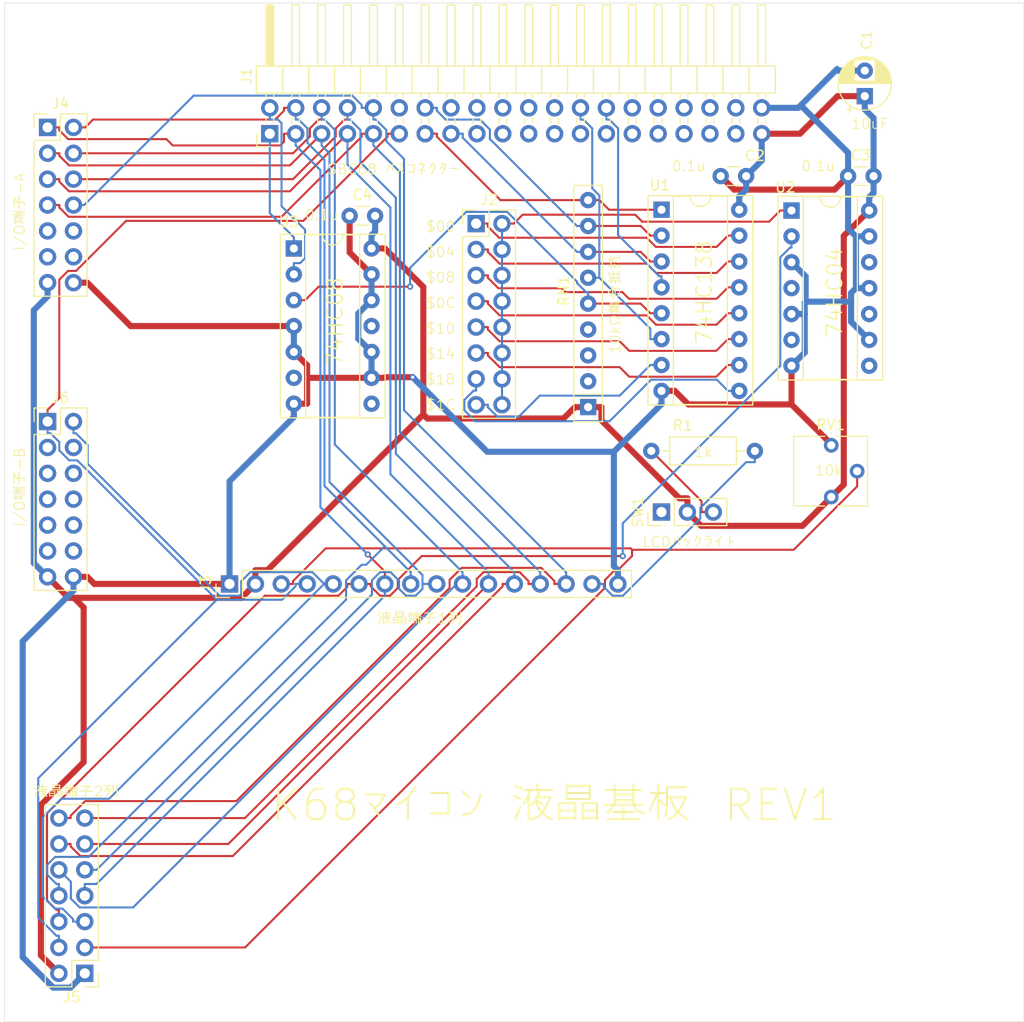
<source format=kicad_pcb>
(kicad_pcb (version 20221018) (generator pcbnew)
  (layers (0 "F.Cu" signal) (31 "B.Cu" signal) (34 "B.Paste" user) (35 "F.Paste" user) (36 "B.SilkS" user "B.Silkscreen") (37 "F.SilkS" user "F.Silkscreen") (38 "B.Mask" user) (39 "F.Mask" user) (44 "Edge.Cuts" user))
  (net 0 "")
  (net 1 "VCC")
  (net 2 "GND")
  (net 3 "/D0")
  (net 4 "/D1")
  (net 5 "/D2")
  (net 6 "/D3")
  (net 7 "/D4")
  (net 8 "/D5")
  (net 9 "/D6")
  (net 10 "/D7")
  (net 11 "/A0")
  (net 12 "/A1")
  (net 13 "/A4")
  (net 14 "/~{RD}")
  (net 15 "/~{WR}")
  (net 17 "/A2")
  (net 18 "/~{LCDSEL}")
  (net 19 "/A3")
  (net 24 "/A15")
  (net 25 "/VEE")
  (net 26 "/LCDSEL")
  (net 27 "Net-(J3-Pin_15)")
  (net 28 "Net-(SW1-C)")
  (net 52 "/E")
  (net 58 "/$8000-8003")
  (net 65 "/$8004-8008")
  (net 72 "Net-(RN1-R4)")
  (net 76 "/$8008-800B")
  (net 77 "/$800C-800F")
  (net 78 "/$8010-8013")
  (net 79 "/$8014-8017")
  (net 80 "/$8018-801B")
  (net 81 "/$801C-801F")
  (footprint "Resistor_THT:R_Array_SIP9" (layer "F.Cu") (at 157.25 89.675 90)
    (fp_text reference "RN1")
    (fp_text value "10k")
  )
  (footprint "Connector_PinHeader_2.54mm:PinHeader_1x03_P2.54mm_Vertical" (layer "F.Cu") (at 164.445 99.975 90)
    (fp_text reference "SW1")
    (fp_text value "LCD LIGHT SW")
  )
  (footprint "Capacitor_THT:C_Disc_D3.0mm_W1.6mm_P2.50mm" (layer "F.Cu") (at 182.75 67)
    (fp_text reference "C3")
    (fp_text value "0.1u")
  )
  (footprint "MountingHole:MountingHole_3.2mm_M3" (layer "F.Cu") (at 194.48 116.09)
    (fp_text reference "H4" hide)
    (fp_text value "MountingHole")
  )
  (footprint "MountingHole:MountingHole_3.2mm_M3" (layer "F.Cu") (at 105.5 54.58)
    (fp_text reference "H1" hide)
    (fp_text value "MountingHole")
  )
  (footprint "Potentiometer_THT:Potentiometer_Vishay_T73YP_Vertical" (layer "F.Cu") (at 181.1 98.5)
    (fp_text reference "RV1")
    (fp_text value "10k")
  )
  (footprint "Resistor_THT:R_Axial_DIN0207_L6.3mm_D2.5mm_P10.16mm_Horizontal" (layer "F.Cu") (at 163.445 93.975)
    (fp_text reference "R1")
    (fp_text value "1k")
  )
  (footprint "Capacitor_THT:C_Disc_D3.0mm_W1.6mm_P2.50mm" (layer "F.Cu") (at 170.25 67)
    (fp_text reference "C2")
    (fp_text value "0.1u")
  )
  (footprint "Capacitor_THT:CP_Radial_D5.0mm_P2.50mm" (layer "F.Cu") (at 184.39 59.1505 90)
    (fp_text reference "C1")
    (fp_text value "10u")
  )
  (footprint "Connector_PinHeader_2.54mm:PinHeader_2x07_P2.54mm_Vertical" (layer "F.Cu") (at 104.22 62.22)
    (fp_text reference "J4")
    (fp_text value "外部I/O端子-1")
  )
  (footprint "Package_DIP:DIP-14_W7.62mm_Socket" (layer "F.Cu") (at 128.38 74.1)
    (fp_text reference "U3")
    (fp_text value "74HC08")
  )
  (footprint "Connector_PinHeader_2.54mm:PinHeader_2x08_P2.54mm_Vertical" (layer "F.Cu") (at 146.26 71.66)
    (fp_text reference "J2")
    (fp_text value "I/O ADDR JP")
  )
  (footprint "MountingHole:MountingHole_3.2mm_M3" (layer "F.Cu") (at 194.49 54.51)
    (fp_text reference "H2" hide)
    (fp_text value "MountingHole")
  )
  (footprint "Package_DIP:DIP-16_W7.62mm_Socket" (layer "F.Cu") (at 164.45 70.3)
    (fp_text reference "U1")
    (fp_text value "74HC138")
  )
  (footprint "MountingHole:MountingHole_3.2mm_M3" (layer "F.Cu") (at 104.7 114.95)
    (fp_text reference "H3" hide)
    (fp_text value "MountingHole")
  )
  (footprint "Connector_PinHeader_2.54mm:PinHeader_1x16_P2.54mm_Vertical" (layer "F.Cu") (at 122.07 107.03 90)
    (fp_text reference "J3")
    (fp_text value "LCD_1列端子")
  )
  (footprint "Connector_PinHeader_2.54mm:PinHeader_2x20_P2.54mm_Horizontal" (layer "F.Cu") (at 126.02 62.84 90)
    (fp_text reference "J1")
    (fp_text value "SBC68 BUS")
  )
  (footprint "Connector_PinHeader_2.54mm:PinHeader_2x07_P2.54mm_Vertical" (layer "F.Cu") (at 104.22 91.09)
    (fp_text reference "J6")
    (fp_text value "外部I/O端子-2")
  )
  (footprint "Capacitor_THT:C_Disc_D3.0mm_W1.6mm_P2.50mm" (layer "F.Cu") (at 133.85 70.9)
    (fp_text reference "C4")
    (fp_text value "0.1u")
  )
  (footprint "Package_DIP:DIP-14_W7.62mm_Socket" (layer "F.Cu") (at 177.2 70.375)
    (fp_text reference "U2")
    (fp_text value "74HC04")
  )
  (footprint "Connector_PinHeader_2.54mm:PinHeader_2x07_P2.54mm_Vertical" (layer "F.Cu") (at 107.87 145.25 180)
    (fp_text reference "J5")
    (fp_text value "LCD-2列端子")
  )
  (gr_rect (start 100 50) (end 200 150) (stroke (width 0.05)) (fill none) (layer "Edge.Cuts"))
  (gr_text "I/O端子-A" (at 102.06 74.39 90) (layer "F.SilkS") (effects (font (size 1 1) (thickness 0.1)) (justify left bottom)))
  (gr_text "$18" (at 141.285 87.535) (layer "F.SilkS") (effects (font (size 1 1) (thickness 0.1)) (justify left bottom)))
  (gr_text "10uF" (at 182.99 62.450452) (layer "F.SilkS") (effects (font (size 1 1) (thickness 0.1)) (justify left bottom)))
  (gr_text "$08" (at 141.285 77.535) (layer "F.SilkS") (effects (font (size 1 1) (thickness 0.1)) (justify left bottom)))
  (gr_text "$0C" (at 141.285 80.035) (layer "F.SilkS") (effects (font (size 1 1) (thickness 0.1)) (justify left bottom)))
  (gr_text "液晶端子1列" (at 136.5 111) (layer "F.SilkS") (effects (font (size 1 1) (thickness 0.1)) (justify left bottom)))
  (gr_text "$14" (at 141.285 85.035) (layer "F.SilkS") (effects (font (size 1 1) (thickness 0.1)) (justify left bottom)))
  (gr_text "10kΩ集合抵抗" (at 160.5 84.5 90) (layer "F.SilkS") (effects (font (size 1 1) (thickness 0.1)) (justify left bottom)))
  (gr_text "0.1u" (at 178.1 66.6) (layer "F.SilkS") (effects (font (size 1 1) (thickness 0.1)) (justify left bottom)))
  (gr_text "$10" (at 141.285 82.535) (layer "F.SilkS") (effects (font (size 1 1) (thickness 0.1)) (justify left bottom)))
  (gr_text "74HC08" (at 133.3 85.8 90) (layer "F.SilkS") (effects (font (size 1.5 1.5)) (justify left bottom)))
  (gr_text "LCDバックライト" (at 162.5 103.5) (layer "F.SilkS") (effects (font (size 1 1) (thickness 0.1)) (justify left bottom)))
  (gr_text "SBC68 バスコネクター" (at 131.6 66.9) (layer "F.SilkS") (effects (font (size 1 1) (thickness 0.1)) (justify left bottom)))
  (gr_text "0.1u" (at 129.4 71.4) (layer "F.SilkS") (effects (font (size 1 1) (thickness 0.1)) (justify left bottom)))
  (gr_text "0.1u" (at 165.4 66.6) (layer "F.SilkS") (effects (font (size 1 1) (thickness 0.1)) (justify left bottom)))
  (gr_text "$1C" (at 141.285 90.035) (layer "F.SilkS") (effects (font (size 1 1) (thickness 0.1)) (justify left bottom)))
  (gr_text "10k" (at 179.425 96.475) (layer "F.SilkS") (effects (font (size 1 1) (thickness 0.1)) (justify left bottom)))
  (gr_text "74HC04" (at 182.3 82.9 90) (layer "F.SilkS") (effects (font (size 1.5 1.5)) (justify left bottom)))
  (gr_text "1k" (at 167.625 94.675) (layer "F.SilkS") (effects (font (size 1 1) (thickness 0.1)) (justify left bottom)))
  (gr_text "液晶端子2列" (at 102.77 128) (layer "F.SilkS") (effects (font (size 1 1) (thickness 0.1)) (justify left bottom)))
  (gr_text "$00" (at 141.285 72.535) (layer "F.SilkS") (effects (font (size 1 1) (thickness 0.1)) (justify left bottom)))
  (gr_text "$04" (at 141.285 75.035) (layer "F.SilkS") (effects (font (size 1 1) (thickness 0.1)) (justify left bottom)))
  (gr_text "K68マイコン 液晶基板　REV1" (at 126 130.5) (layer "F.SilkS") (effects (font (size 3 3) (thickness 0.2)) (justify left bottom)))
  (gr_text "I/O端子-B" (at 102.06 101.49 90) (layer "F.SilkS") (effects (font (size 1 1) (thickness 0.1)) (justify left bottom)))
  (gr_text "74HC138" (at 169.5 83.6 90) (layer "F.SilkS") (effects (font (size 1.5 1.5)) (justify left bottom)))
  (segment (start 178.2731 101.3269) (end 168.3369 101.3269) (width 0.6) (layer "F.Cu") (net 1))
  (segment (start 125.7914 105.6799) (end 141.0813 90.39) (width 0.6) (layer "F.Cu") (net 1))
  (segment (start 182.3297 97.2703) (end 182.3297 72.8653) (width 0.6) (layer "F.Cu") (net 1))
  (segment (start 107.76 109.3434) (end 107.76 124.5196) (width 0.6) (layer "F.Cu") (net 1))
  (segment (start 181.1 98.5) (end 178.2731 101.3269) (width 0.6) (layer "F.Cu") (net 1))
  (segment (start 136 74.1) (end 137.3001 74.1) (width 0.6) (layer "F.Cu") (net 1))
  (segment (start 154.8307 90.7942) (end 155.9499 89.675) (width 0.6) (layer "F.Cu") (net 1))
  (segment (start 137.3001 74.1) (end 141.0813 77.8812) (width 0.6) (layer "F.Cu") (net 1))
  (segment (start 103.5648 128.7148) (end 103.5648 143.4848) (width 0.6) (layer "F.Cu") (net 1))
  (segment (start 124.61 105.6799) (end 125.7914 105.6799) (width 0.6) (layer "F.Cu") (net 1))
  (segment (start 168.3369 101.3269) (end 166.985 99.975) (width 0.6) (layer "F.Cu") (net 1))
  (segment (start 157.25 89.675) (end 155.9499 89.675) (width 0.6) (layer "F.Cu") (net 1))
  (segment (start 123.2467 108.3933) (end 124.61 107.03) (width 0.6) (layer "F.Cu") (net 1))
  (segment (start 106.8099 108.3933) (end 107.76 109.3434) (width 0.6) (layer "F.Cu") (net 1))
  (segment (start 166.985 99.975) (end 166.985 98.6249) (width 0.6) (layer "F.Cu") (net 1))
  (segment (start 178.03 62.84) (end 181.72 59.1505) (width 0.6) (layer "F.Cu") (net 1))
  (segment (start 158.5501 90.9751) (end 158.5501 89.675) (width 0.6) (layer "F.Cu") (net 1))
  (segment (start 182.3297 72.8653) (end 184.82 70.375) (width 0.6) (layer "F.Cu") (net 1))
  (segment (start 141.4855 90.7942) (end 154.8307 90.7942) (width 0.6) (layer "F.Cu") (net 1))
  (segment (start 107.76 124.5196) (end 103.5648 128.7148) (width 0.6) (layer "F.Cu") (net 1))
  (segment (start 124.61 107.03) (end 124.61 105.6799) (width 0.6) (layer "F.Cu") (net 1))
  (segment (start 103.5648 143.4848) (end 105.33 145.25) (width 0.6) (layer "F.Cu") (net 1))
  (segment (start 106.8099 108.3933) (end 123.2467 108.3933) (width 0.6) (layer "F.Cu") (net 1))
  (segment (start 174.28 62.84) (end 178.03 62.84) (width 0.6) (layer "F.Cu") (net 1))
  (segment (start 106.8099 108.3933) (end 106.2833 108.3933) (width 0.6) (layer "F.Cu") (net 1))
  (segment (start 166.1999 98.6249) (end 158.5501 90.9751) (width 0.6) (layer "F.Cu") (net 1))
  (segment (start 106.2833 108.3933) (end 104.22 106.33) (width 0.6) (layer "F.Cu") (net 1))
  (segment (start 141.0813 77.8812) (end 141.0813 90.39) (width 0.6) (layer "F.Cu") (net 1))
  (segment (start 166.985 98.6249) (end 166.1999 98.6249) (width 0.6) (layer "F.Cu") (net 1))
  (segment (start 181.72 59.1505) (end 184.39 59.1505) (width 0.6) (layer "F.Cu") (net 1))
  (segment (start 157.25 89.675) (end 158.5501 89.675) (width 0.6) (layer "F.Cu") (net 1))
  (segment (start 181.1 98.5) (end 182.3297 97.2703) (width 0.6) (layer "F.Cu") (net 1))
  (segment (start 141.0813 90.39) (end 141.4855 90.7942) (width 0.6) (layer "F.Cu") (net 1))
  (segment (start 185.25 61.3106) (end 185.25 67) (width 0.6) (layer "B.Cu") (net 1))
  (segment (start 172.75 68.3199) (end 172.07 68.9999) (width 0.6) (layer "B.Cu") (net 1))
  (segment (start 185.25 68.6449) (end 185.25 67) (width 0.6) (layer "B.Cu") (net 1))
  (segment (start 104.22 77.46) (end 104.22 78.8101) (width 0.6) (layer "B.Cu") (net 1))
  (segment (start 184.82 69.0749) (end 185.25 68.6449) (width 0.6) (layer "B.Cu") (net 1))
  (segment (start 102.8698 80.1603) (end 104.22 78.8101) (width 0.6) (layer "B.Cu") (net 1))
  (segment (start 172.07 70.3) (end 172.07 68.9999) (width 0.6) (layer "B.Cu") (net 1))
  (segment (start 136 72.7999) (end 136.35 72.4499) (width 0.6) (layer "B.Cu") (net 1))
  (segment (start 184.39 59.1505) (end 184.39 60.4506) (width 0.6) (layer "B.Cu") (net 1))
  (segment (start 172.75 67) (end 172.75 68.3199) (width 0.6) (layer "B.Cu") (net 1))
  (segment (start 174.28 62.84) (end 174.28 65.47) (width 0.6) (layer "B.Cu") (net 1))
  (segment (start 136 74.1) (end 136 72.7999) (width 0.6) (layer "B.Cu") (net 1))
  (segment (start 104.22 106.33) (end 102.8698 104.9798) (width 0.6) (layer "B.Cu") (net 1))
  (segment (start 174.28 65.47) (end 172.75 67) (width 0.6) (layer "B.Cu") (net 1))
  (segment (start 184.39 60.4506) (end 185.25 61.3106) (width 0.6) (layer "B.Cu") (net 1))
  (segment (start 184.82 70.375) (end 184.82 69.0749) (width 0.6) (layer "B.Cu") (net 1))
  (segment (start 102.8698 104.9798) (end 102.8698 80.1603) (width 0.6) (layer "B.Cu") (net 1))
  (segment (start 136.35 72.4499) (end 136.35 70.9) (width 0.6) (layer "B.Cu") (net 1))
  (segment (start 129.6801 85.5601) (end 128.38 84.26) (width 0.6) (layer "F.Cu") (net 2))
  (segment (start 136 86.8) (end 137.3001 86.8) (width 0.6) (layer "F.Cu") (net 2))
  (segment (start 136 76.64) (end 133.85 74.49) (width 0.6) (layer "F.Cu") (net 2))
  (segment (start 171.5749 68.3249) (end 170.25 67) (width 0.6) (layer "F.Cu") (net 2))
  (segment (start 182.75 67) (end 181.4251 68.3249) (width 0.6) (layer "F.Cu") (net 2))
  (segment (start 136 86.8) (end 129.6801 86.8) (width 0.6) (layer "F.Cu") (net 2))
  (segment (start 128.38 89.34) (end 129.6801 89.34) (width 0.6) (layer "F.Cu") (net 2))
  (segment (start 181.1 93.3109) (end 181.1 93.42) (width 0.6) (layer "F.Cu") (net 2))
  (segment (start 177.2 89.4109) (end 181.1 93.3109) (width 0.6) (layer "F.Cu") (net 2))
  (segment (start 140.0335 86.7373) (end 137.3628 86.7373) (width 0.6) (layer "F.Cu") (net 2))
  (segment (start 106.76 106.33) (end 108.1101 106.33) (width 0.6) (layer "F.Cu") (net 2))
  (segment (start 177.2 86.9151) (end 177.2 89.4109) (width 0.6) (layer "F.Cu") (net 2))
  (segment (start 128.38 81.72) (end 112.3701 81.72) (width 0.6) (layer "F.Cu") (net 2))
  (segment (start 108.8101 107.03) (end 108.1101 106.33) (width 0.6) (layer "F.Cu") (net 2))
  (segment (start 106.76 77.46) (end 108.1101 77.46) (width 0.6) (layer "F.Cu") (net 2))
  (segment (start 167.081 89.4109) (end 165.7501 88.08) (width 0.6) (layer "F.Cu") (net 2))
  (segment (start 129.6801 89.34) (end 129.6801 86.8) (width 0.6) (layer "F.Cu") (net 2))
  (segment (start 133.85 74.49) (end 133.85 70.9) (width 0.6) (layer "F.Cu") (net 2))
  (segment (start 122.07 107.03) (end 108.8101 107.03) (width 0.6) (layer "F.Cu") (net 2))
  (segment (start 177.2 85.615) (end 177.2 86.9151) (width 0.6) (layer "F.Cu") (net 2))
  (segment (start 164.45 88.08) (end 165.7501 88.08) (width 0.6) (layer "F.Cu") (net 2))
  (segment (start 129.6801 86.8) (end 129.6801 85.5601) (width 0.6) (layer "F.Cu") (net 2))
  (segment (start 112.3701 81.72) (end 108.1101 77.46) (width 0.6) (layer "F.Cu") (net 2))
  (segment (start 137.3628 86.7373) (end 137.3001 86.8) (width 0.6) (layer "F.Cu") (net 2))
  (segment (start 181.4251 68.3249) (end 171.5749 68.3249) (width 0.6) (layer "F.Cu") (net 2))
  (segment (start 177.2 89.4109) (end 167.081 89.4109) (width 0.6) (layer "F.Cu") (net 2))
  (via (at 140.0335 86.7373) (size 0.6) (drill 0.3) (layers "F.Cu" "B.Cu") (net 2))
  (segment (start 122.07 96.9501) (end 122.07 105.6799) (width 0.6) (layer "B.Cu") (net 2))
  (segment (start 181.66 56.5) (end 181.81 56.6505) (width 0.6) (layer "B.Cu") (net 2))
  (segment (start 183.5199 72.915) (end 183.5199 77.995) (width 0.6) (layer "B.Cu") (net 2))
  (segment (start 106.4687 146.6513) (end 107.87 145.25) (width 0.6) (layer "B.Cu") (net 2))
  (segment (start 177.86 60.3) (end 178.1048 60.0552) (width 0.6) (layer "B.Cu") (net 2))
  (segment (start 122.07 107.03) (end 122.07 105.6799) (width 0.6) (layer "B.Cu") (net 2))
  (segment (start 178.5879 76.8429) (end 177.2 75.455) (width 0.6) (layer "B.Cu") (net 2))
  (segment (start 182.75 64.7004) (end 182.75 67) (width 0.6) (layer "B.Cu") (net 2))
  (segment (start 101.78 143.656) (end 104.7753 146.6513) (width 0.6) (layer "B.Cu") (net 2))
  (segment (start 128.38 89.34) (end 128.38 90.6401) (width 0.6) (layer "B.Cu") (net 2))
  (segment (start 178.5879 79.3225) (end 178.5879 76.8429) (width 0.6) (layer "B.Cu") (net 2))
  (segment (start 183.0443 81.2993) (end 183.0443 79.3225) (width 0.6) (layer "B.Cu") (net 2))
  (segment (start 159.7751 105.285) (end 160.17 105.6799) (width 0.6) (layer "B.Cu") (net 2))
  (segment (start 178.5001 79.4103) (end 178.5001 80.535) (width 0.6) (layer "B.Cu") (net 2))
  (segment (start 164.45 89.3801) (end 159.7751 94.055) (width 0.6) (layer "B.Cu") (net 2))
  (segment (start 134.698 80.482) (end 136 79.18) (width 0.6) (layer "B.Cu") (net 2))
  (segment (start 106.76 106.33) (end 106.76 107.6801) (width 0.6) (layer "B.Cu") (net 2))
  (segment (start 164.45 88.08) (end 164.45 89.3801) (width 0.6) (layer "B.Cu") (net 2))
  (segment (start 184.82 83.075) (end 183.0443 81.2993) (width 0.6) (layer "B.Cu") (net 2))
  (segment (start 178.1048 60.0552) (end 182.75 64.7004) (width 0.6) (layer "B.Cu") (net 2))
  (segment (start 160.17 107.03) (end 160.17 105.6799) (width 0.6) (layer "B.Cu") (net 2))
  (segment (start 147.3512 94.055) (end 140.0335 86.7373) (width 0.6) (layer "B.Cu") (net 2))
  (segment (start 136 86.8) (end 136 84.26) (width 0.6) (layer "B.Cu") (net 2))
  (segment (start 177.2 80.535) (end 178.5001 80.535) (width 0.6) (layer "B.Cu") (net 2))
  (segment (start 159.7751 94.055) (end 147.3512 94.055) (width 0.6) (layer "B.Cu") (net 2))
  (segment (start 183.0443 78.4706) (end 183.0443 79.3225) (width 0.6) (layer "B.Cu") (net 2))
  (segment (start 104.7753 146.6513) (end 106.4687 146.6513) (width 0.6) (layer "B.Cu") (net 2))
  (segment (start 106.76 107.6801) (end 101.78 112.6601) (width 0.6) (layer "B.Cu") (net 2))
  (segment (start 134.698 82.958) (end 134.698 80.482) (width 0.6) (layer "B.Cu") (net 2))
  (segment (start 136 79.18) (end 136 76.64) (width 0.6) (layer "B.Cu") (net 2))
  (segment (start 183.5199 77.995) (end 183.0443 78.4706) (width 0.6) (layer "B.Cu") (net 2))
  (segment (start 182.75 72.1451) (end 183.5199 72.915) (width 0.6) (layer "B.Cu") (net 2))
  (segment (start 178.1048 60.0552) (end 181.66 56.5) (width 0.6) (layer "B.Cu") (net 2))
  (segment (start 184.82 72.915) (end 183.5199 72.915) (width 0.6) (layer "B.Cu") (net 2))
  (segment (start 177.2 85.615) (end 178.5001 84.3149) (width 0.6) (layer "B.Cu") (net 2))
  (segment (start 181.81 56.6505) (end 184.39 56.6505) (width 0.6) (layer "B.Cu") (net 2))
  (segment (start 101.78 112.6601) (end 101.78 143.656) (width 0.6) (layer "B.Cu") (net 2))
  (segment (start 183.0443 79.3225) (end 178.5879 79.3225) (width 0.6) (layer "B.Cu") (net 2))
  (segment (start 182.75 67) (end 182.75 72.1451) (width 0.6) (layer "B.Cu") (net 2))
  (segment (start 178.5879 79.3225) (end 178.5001 79.4103) (width 0.6) (layer "B.Cu") (net 2))
  (segment (start 178.5001 84.3149) (end 178.5001 80.535) (width 0.6) (layer "B.Cu") (net 2))
  (segment (start 136 84.26) (end 134.698 82.958) (width 0.6) (layer "B.Cu") (net 2))
  (segment (start 174.28 60.3) (end 177.86 60.3) (width 0.6) (layer "B.Cu") (net 2))
  (segment (start 159.7751 94.055) (end 159.7751 105.285) (width 0.6) (layer "B.Cu") (net 2))
  (segment (start 128.38 90.6401) (end 122.07 96.9501) (width 0.6) (layer "B.Cu") (net 2))
  (segment (start 184.82 77.995) (end 183.5199 77.995) (width 0.6) (layer "B.Cu") (net 2))
  (segment (start 128.38 84.26) (end 128.38 81.72) (width 0.6) (layer "B.Cu") (net 2))
  (segment (start 127.4099 62.84) (end 127.4099 63.6307) (width 0.2) (layer "F.Cu") (net 3))
  (segment (start 135.6299 104.1371) (end 137.31 105.8172) (width 0.2) (layer "F.Cu") (net 3))
  (segment (start 105.3701 62.5076) (end 105.3701 62.22) (width 0.2) (layer "F.Cu") (net 3))
  (segment (start 106.2326 63.3701) (end 105.3701 62.5076) (width 0.2) (layer "F.Cu") (net 3))
  (segment (start 127.4099 63.6307) (end 127.0504 63.9902) (width 0.2) (layer "F.Cu") (net 3))
  (segment (start 104.22 62.22) (end 105.3701 62.22) (width 0.2) (layer "F.Cu") (net 3))
  (segment (start 115.8746 63.3701) (end 106.2326 63.3701) (width 0.2) (layer "F.Cu") (net 3))
  (segment (start 137.31 105.8172) (end 137.31 107.03) (width 0.2) (layer "F.Cu") (net 3))
  (segment (start 128.56 62.84) (end 127.4099 62.84) (width 0.2) (layer "F.Cu") (net 3))
  (segment (start 116.4947 63.9902) (end 115.8746 63.3701) (width 0.2) (layer "F.Cu") (net 3))
  (segment (start 127.0504 63.9902) (end 116.4947 63.9902) (width 0.2) (layer "F.Cu") (net 3))
  (via (at 135.6299 104.1371) (size 0.6) (drill 0.3) (layers "F.Cu" "B.Cu") (net 3))
  (segment (start 137.31 107.03) (end 137.31 108.1801) (width 0.2) (layer "B.Cu") (net 3))
  (segment (start 128.56 63.9901) (end 130.9833 66.4134) (width 0.2) (layer "B.Cu") (net 3))
  (segment (start 130.9833 99.4905) (end 135.6299 104.1371) (width 0.2) (layer "B.Cu") (net 3))
  (segment (start 109.0102 136.4799) (end 107.87 136.4799) (width 0.2) (layer "B.Cu") (net 3))
  (segment (start 107.87 137.63) (end 107.87 136.4799) (width 0.2) (layer "B.Cu") (net 3))
  (segment (start 137.31 108.1801) (end 109.0102 136.4799) (width 0.2) (layer "B.Cu") (net 3))
  (segment (start 128.56 62.84) (end 128.56 63.9901) (width 0.2) (layer "B.Cu") (net 3))
  (segment (start 130.9833 66.4134) (end 130.9833 99.4905) (width 0.2) (layer "B.Cu") (net 3))
  (segment (start 128.56 60.3) (end 127.4099 60.3) (width 0.2) (layer "F.Cu") (net 4))
  (segment (start 108.68 61.4501) (end 107.9101 62.22) (width 0.2) (layer "F.Cu") (net 4))
  (segment (start 127.4099 60.5876) (end 126.5474 61.4501) (width 0.2) (layer "F.Cu") (net 4))
  (segment (start 106.76 62.22) (end 107.9101 62.22) (width 0.2) (layer "F.Cu") (net 4))
  (segment (start 126.5474 61.4501) (end 108.68 61.4501) (width 0.2) (layer "F.Cu") (net 4))
  (segment (start 127.4099 60.3) (end 127.4099 60.5876) (width 0.2) (layer "F.Cu") (net 4))
  (segment (start 128.56 61.4501) (end 128.8476 61.4501) (width 0.2) (layer "B.Cu") (net 4))
  (segment (start 131.3835 65.4052) (end 131.3835 97.4134) (width 0.2) (layer "B.Cu") (net 4))
  (segment (start 137.2978 103.3277) (end 135.4818 105.1437) (width 0.2) (layer "B.Cu") (net 4))
  (segment (start 133.5 108.5762) (end 108.2562 133.82) (width 0.2) (layer "B.Cu") (net 4))
  (segment (start 135.4818 105.1437) (end 135.0297 105.1437) (width 0.2) (layer "B.Cu") (net 4))
  (segment (start 129.7101 62.3126) (end 129.7101 63.7318) (width 0.2) (layer "B.Cu") (net 4))
  (segment (start 104.1799 134.6002) (end 104.1799 135.5681) (width 0.2) (layer "B.Cu") (net 4))
  (segment (start 128.56 60.3) (end 128.56 61.4501) (width 0.2) (layer "B.Cu") (net 4))
  (segment (start 135.0297 105.1437) (end 133.5 106.6734) (width 0.2) (layer "B.Cu") (net 4))
  (segment (start 133.5 106.6734) (end 133.5 108.5762) (width 0.2) (layer "B.Cu") (net 4))
  (segment (start 105.33 137.63) (end 105.33 136.4799) (width 0.2) (layer "B.Cu") (net 4))
  (segment (start 105.0917 136.4799) (end 105.33 136.4799) (width 0.2) (layer "B.Cu") (net 4))
  (segment (start 131.3835 97.4134) (end 137.2978 103.3277) (width 0.2) (layer "B.Cu") (net 4))
  (segment (start 139.85 107.03) (end 139.85 105.8799) (width 0.2) (layer "B.Cu") (net 4))
  (segment (start 129.7101 63.7318) (end 131.3835 65.4052) (width 0.2) (layer "B.Cu") (net 4))
  (segment (start 137.2978 103.3277) (end 139.85 105.8799) (width 0.2) (layer "B.Cu") (net 4))
  (segment (start 108.2562 133.82) (end 104.9601 133.82) (width 0.2) (layer "B.Cu") (net 4))
  (segment (start 104.9601 133.82) (end 104.1799 134.6002) (width 0.2) (layer "B.Cu") (net 4))
  (segment (start 128.8476 61.4501) (end 129.7101 62.3126) (width 0.2) (layer "B.Cu") (net 4))
  (segment (start 104.1799 135.5681) (end 105.0917 136.4799) (width 0.2) (layer "B.Cu") (net 4))
  (segment (start 127.9894 65.9506) (end 106.3224 65.9506) (width 0.2) (layer "F.Cu") (net 5))
  (segment (start 131.1 62.84) (end 127.9894 65.9506) (width 0.2) (layer "F.Cu") (net 5))
  (segment (start 105.3701 64.9983) (end 105.3701 64.76) (width 0.2) (layer "F.Cu") (net 5))
  (segment (start 104.22 64.76) (end 105.3701 64.76) (width 0.2) (layer "F.Cu") (net 5))
  (segment (start 106.3224 65.9506) (end 105.3701 64.9983) (width 0.2) (layer "F.Cu") (net 5))
  (segment (start 136.04 106.6681) (end 136.8346 105.8735) (width 0.2) (layer "B.Cu") (net 5))
  (segment (start 109.0201 135.09) (end 136.04 108.0701) (width 0.2) (layer "B.Cu") (net 5))
  (segment (start 107.87 135.09) (end 109.0201 135.09) (width 0.2) (layer "B.Cu") (net 5))
  (segment (start 139.3736 108.1801) (end 140.3264 108.1801) (width 0.2) (layer "B.Cu") (net 5))
  (segment (start 141.0001 107.5064) (end 141.0001 107.03) (width 0.2) (layer "B.Cu") (net 5))
  (segment (start 137.8645 105.8735) (end 138.6999 106.7089) (width 0.2) (layer "B.Cu") (net 5))
  (segment (start 140.3264 108.1801) (end 141.0001 107.5064) (width 0.2) (layer "B.Cu") (net 5))
  (segment (start 138.6999 107.5064) (end 139.3736 108.1801) (width 0.2) (layer "B.Cu") (net 5))
  (segment (start 141.0001 106.1563) (end 141.0001 107.03) (width 0.2) (layer "B.Cu") (net 5))
  (segment (start 131.1 63.9901) (end 131.8768 64.7669) (width 0.2) (layer "B.Cu") (net 5))
  (segment (start 131.1 62.84) (end 131.1 63.9901) (width 0.2) (layer "B.Cu") (net 5))
  (segment (start 138.6999 106.7089) (end 138.6999 107.5064) (width 0.2) (layer "B.Cu") (net 5))
  (segment (start 136.04 108.0701) (end 136.04 106.6681) (width 0.2) (layer "B.Cu") (net 5))
  (segment (start 141.0001 107.03) (end 141.2399 107.03) (width 0.2) (layer "B.Cu") (net 5))
  (segment (start 136.8346 105.8735) (end 137.8645 105.8735) (width 0.2) (layer "B.Cu") (net 5))
  (segment (start 131.8768 64.7669) (end 131.8768 97.033) (width 0.2) (layer "B.Cu") (net 5))
  (segment (start 142.39 107.03) (end 141.2399 107.03) (width 0.2) (layer "B.Cu") (net 5))
  (segment (start 131.8768 97.033) (end 141.0001 106.1563) (width 0.2) (layer "B.Cu") (net 5))
  (segment (start 129.9499 62.3126) (end 129.9499 63.1121) (width 0.2) (layer "F.Cu") (net 6))
  (segment (start 129.9499 63.1121) (end 128.302 64.76) (width 0.2) (layer "F.Cu") (net 6))
  (segment (start 131.1 60.3) (end 131.1 61.4501) (width 0.2) (layer "F.Cu") (net 6))
  (segment (start 130.8124 61.4501) (end 129.9499 62.3126) (width 0.2) (layer "F.Cu") (net 6))
  (segment (start 131.1 61.4501) (end 130.8124 61.4501) (width 0.2) (layer "F.Cu") (net 6))
  (segment (start 128.302 64.76) (end 106.76 64.76) (width 0.2) (layer "F.Cu") (net 6))
  (segment (start 132.396 93.3459) (end 144.93 105.8799) (width 0.2) (layer "B.Cu") (net 6))
  (segment (start 131.1 60.3) (end 131.1 61.4501) (width 0.2) (layer "B.Cu") (net 6))
  (segment (start 106.5032 137.9187) (end 106.5032 136.2632) (width 0.2) (layer "B.Cu") (net 6))
  (segment (start 131.1 61.4501) (end 131.3875 61.4501) (width 0.2) (layer "B.Cu") (net 6))
  (segment (start 106.5032 136.2632) (end 105.33 135.09) (width 0.2) (layer "B.Cu") (net 6))
  (segment (start 112.6047 138.7802) (end 107.3647 138.7802) (width 0.2) (layer "B.Cu") (net 6))
  (segment (start 107.3647 138.7802) (end 106.5032 137.9187) (width 0.2) (layer "B.Cu") (net 6))
  (segment (start 144.93 106.4549) (end 144.93 105.8799) (width 0.2) (layer "B.Cu") (net 6))
  (segment (start 131.3875 61.4501) (end 132.396 62.4586) (width 0.2) (layer "B.Cu") (net 6))
  (segment (start 144.93 107.03) (end 144.93 106.4549) (width 0.2) (layer "B.Cu") (net 6))
  (segment (start 144.93 106.4549) (end 112.6047 138.7802) (width 0.2) (layer "B.Cu") (net 6))
  (segment (start 132.396 62.4586) (end 132.396 93.3459) (width 0.2) (layer "B.Cu") (net 6))
  (segment (start 127.9894 68.4906) (end 106.3224 68.4906) (width 0.2) (layer "F.Cu") (net 7))
  (segment (start 106.3224 68.4906) (end 105.3701 67.5383) (width 0.2) (layer "F.Cu") (net 7))
  (segment (start 104.22 67.3) (end 105.3701 67.3) (width 0.2) (layer "F.Cu") (net 7))
  (segment (start 133.64 62.84) (end 127.9894 68.4906) (width 0.2) (layer "F.Cu") (net 7))
  (segment (start 105.3701 67.5383) (end 105.3701 67.3) (width 0.2) (layer "F.Cu") (net 7))
  (segment (start 147.47 107.03) (end 121.95 132.55) (width 0.2) (layer "F.Cu") (net 7))
  (segment (start 121.95 132.55) (end 107.87 132.55) (width 0.2) (layer "F.Cu") (net 7))
  (segment (start 147.47 107.03) (end 147.47 105.8799) (width 0.2) (layer "B.Cu") (net 7))
  (segment (start 133.6401 65.8647) (end 133.6401 63.9901) (width 0.2) (layer "B.Cu") (net 7))
  (segment (start 133.6401 63.9901) (end 133.64 63.9901) (width 0.2) (layer "B.Cu") (net 7))
  (segment (start 137.8502 70.0748) (end 133.6401 65.8647) (width 0.2) (layer "B.Cu") (net 7))
  (segment (start 147.47 105.8799) (end 137.8502 96.2601) (width 0.2) (layer "B.Cu") (net 7))
  (segment (start 133.64 62.84) (end 133.64 63.9901) (width 0.2) (layer "B.Cu") (net 7))
  (segment (start 137.8502 96.2601) (end 137.8502 70.0748) (width 0.2) (layer "B.Cu") (net 7))
  (segment (start 107.4285 133.7367) (end 106.4801 132.7883) (width 0.2) (layer "F.Cu") (net 8))
  (segment (start 148.8599 107.2669) (end 122.3901 133.7367) (width 0.2) (layer "F.Cu") (net 8))
  (segment (start 122.3901 133.7367) (end 107.4285 133.7367) (width 0.2) (layer "F.Cu") (net 8))
  (segment (start 133.64 60.3) (end 133.64 61.4501) (width 0.2) (layer "F.Cu") (net 8))
  (segment (start 133.64 61.4501) (end 133.3524 61.4501) (width 0.2) (layer "F.Cu") (net 8))
  (segment (start 128.297 67.3) (end 106.76 67.3) (width 0.2) (layer "F.Cu") (net 8))
  (segment (start 150.01 107.03) (end 148.8599 107.03) (width 0.2) (layer "F.Cu") (net 8))
  (segment (start 105.33 132.55) (end 106.4801 132.55) (width 0.2) (layer "F.Cu") (net 8))
  (segment (start 106.4801 132.7883) (end 106.4801 132.55) (width 0.2) (layer "F.Cu") (net 8))
  (segment (start 148.8599 107.03) (end 148.8599 107.2669) (width 0.2) (layer "F.Cu") (net 8))
  (segment (start 132.4899 62.3126) (end 132.4899 63.1071) (width 0.2) (layer "F.Cu") (net 8))
  (segment (start 132.4899 63.1071) (end 128.297 67.3) (width 0.2) (layer "F.Cu") (net 8))
  (segment (start 133.3524 61.4501) (end 132.4899 62.3126) (width 0.2) (layer "F.Cu") (net 8))
  (segment (start 138.3855 94.2554) (end 150.01 105.8799) (width 0.2) (layer "B.Cu") (net 8))
  (segment (start 133.64 61.4501) (end 133.8783 61.4501) (width 0.2) (layer "B.Cu") (net 8))
  (segment (start 134.91 65.6485) (end 138.3855 69.124) (width 0.2) (layer "B.Cu") (net 8))
  (segment (start 133.64 60.3) (end 133.64 61.4501) (width 0.2) (layer "B.Cu") (net 8))
  (segment (start 134.91 62.4818) (end 134.91 65.6485) (width 0.2) (layer "B.Cu") (net 8))
  (segment (start 150.01 107.03) (end 150.01 105.8799) (width 0.2) (layer "B.Cu") (net 8))
  (segment (start 133.8783 61.4501) (end 134.91 62.4818) (width 0.2) (layer "B.Cu") (net 8))
  (segment (start 138.3855 69.124) (end 138.3855 94.2554) (width 0.2) (layer "B.Cu") (net 8))
  (segment (start 146.9972 105.864) (end 146.3198 106.5414) (width 0.2) (layer "F.Cu") (net 9))
  (segment (start 123.5766 130.01) (end 107.87 130.01) (width 0.2) (layer "F.Cu") (net 9))
  (segment (start 146.3198 106.5414) (end 146.3198 107.2668) (width 0.2) (layer "F.Cu") (net 9))
  (segment (start 151.3999 107.03) (end 151.3999 106.7425) (width 0.2) (layer "F.Cu") (net 9))
  (segment (start 104.22 69.84) (end 105.3701 69.84) (width 0.2) (layer "F.Cu") (net 9))
  (segment (start 135.0299 63.1275) (end 127.1672 70.9902) (width 0.2) (layer "F.Cu") (net 9))
  (segment (start 105.3701 70.0783) (end 105.3701 69.84) (width 0.2) (layer "F.Cu") (net 9))
  (segment (start 136.18 62.84) (end 135.0299 62.84) (width 0.2) (layer "F.Cu") (net 9))
  (segment (start 146.3198 107.2668) (end 123.5766 130.01) (width 0.2) (layer "F.Cu") (net 9))
  (segment (start 152.55 107.03) (end 151.3999 107.03) (width 0.2) (layer "F.Cu") (net 9))
  (segment (start 127.1672 70.9902) (end 106.282 70.9902) (width 0.2) (layer "F.Cu") (net 9))
  (segment (start 151.3999 106.7425) (end 150.5214 105.864) (width 0.2) (layer "F.Cu") (net 9))
  (segment (start 106.282 70.9902) (end 105.3701 70.0783) (width 0.2) (layer "F.Cu") (net 9))
  (segment (start 150.5214 105.864) (end 146.9972 105.864) (width 0.2) (layer "F.Cu") (net 9))
  (segment (start 135.0299 62.84) (end 135.0299 63.1275) (width 0.2) (layer "F.Cu") (net 9))
  (segment (start 138.7856 66.5957) (end 138.7856 92.1155) (width 0.2) (layer "B.Cu") (net 9))
  (segment (start 136.18 62.84) (end 136.18 63.9901) (width 0.2) (layer "B.Cu") (net 9))
  (segment (start 152.55 107.03) (end 152.55 105.8799) (width 0.2) (layer "B.Cu") (net 9))
  (segment (start 136.18 63.9901) (end 138.7856 66.5957) (width 0.2) (layer "B.Cu") (net 9))
  (segment (start 138.7856 92.1155) (end 152.55 105.8799) (width 0.2) (layer "B.Cu") (net 9))
  (segment (start 153.9399 106.7425) (end 152.6498 105.4524) (width 0.2) (layer "F.Cu") (net 10))
  (segment (start 143.66 107.4131) (end 122.7276 128.3455) (width 0.2) (layer "F.Cu") (net 10))
  (segment (start 143.66 106.6295) (end 143.66 107.4131) (width 0.2) (layer "F.Cu") (net 10))
  (segment (start 144.8371 105.4524) (end 143.66 106.6295) (width 0.2) (layer "F.Cu") (net 10))
  (segment (start 152.6498 105.4524) (end 144.8371 105.4524) (width 0.2) (layer "F.Cu") (net 10))
  (segment (start 155.09 107.03) (end 153.9399 107.03) (width 0.2) (layer "F.Cu") (net 10))
  (segment (start 107.9063 128.3455) (end 106.4801 129.7717) (width 0.2) (layer "F.Cu") (net 10))
  (segment (start 106.4801 129.7717) (end 106.4801 130.01) (width 0.2) (layer "F.Cu") (net 10))
  (segment (start 122.7276 128.3455) (end 107.9063 128.3455) (width 0.2) (layer "F.Cu") (net 10))
  (segment (start 153.9399 107.03) (end 153.9399 106.7425) (width 0.2) (layer "F.Cu") (net 10))
  (segment (start 105.33 130.01) (end 106.4801 130.01) (width 0.2) (layer "F.Cu") (net 10))
  (segment (start 134.1177 59.1003) (end 135.0299 60.0125) (width 0.2) (layer "B.Cu") (net 10))
  (segment (start 139.1857 65.3156) (end 139.1857 89.9756) (width 0.2) (layer "B.Cu") (net 10))
  (segment (start 106.76 69.84) (end 107.8101 69.84) (width 0.2) (layer "B.Cu") (net 10))
  (segment (start 139.1857 89.9756) (end 155.09 105.8799) (width 0.2) (layer "B.Cu") (net 10))
  (segment (start 136.18 61.4501) (end 136.4183 61.4501) (width 0.2) (layer "B.Cu") (net 10))
  (segment (start 136.18 60.3) (end 135.0299 60.3) (width 0.2) (layer "B.Cu") (net 10))
  (segment (start 136.18 60.3) (end 136.18 61.4501) (width 0.2) (layer "B.Cu") (net 10))
  (segment (start 135.0299 60.0125) (end 135.0299 60.3) (width 0.2) (layer "B.Cu") (net 10))
  (segment (start 136.4183 61.4501) (end 137.45 62.4818) (width 0.2) (layer "B.Cu") (net 10))
  (segment (start 118.5498 59.1003) (end 134.1177 59.1003) (width 0.2) (layer "B.Cu") (net 10))
  (segment (start 107.8101 69.84) (end 118.5498 59.1003) (width 0.2) (layer "B.Cu") (net 10))
  (segment (start 155.09 107.03) (end 155.09 105.8799) (width 0.2) (layer "B.Cu") (net 10))
  (segment (start 137.45 63.5799) (end 139.1857 65.3156) (width 0.2) (layer "B.Cu") (net 10))
  (segment (start 137.45 62.4818) (end 137.45 63.5799) (width 0.2) (layer "B.Cu") (net 10))
  (segment (start 137.5699 62.84) (end 137.5699 63.1275) (width 0.2) (layer "F.Cu") (net 11))
  (segment (start 138.72 62.84) (end 137.5699 62.84) (width 0.2) (layer "F.Cu") (net 11))
  (segment (start 105.3701 88.7898) (end 104.22 89.9399) (width 0.2) (layer "F.Cu") (net 11))
  (segment (start 104.22 91.09) (end 104.22 89.9399) (width 0.2) (layer "F.Cu") (net 11))
  (segment (start 111.9224 71.3904) (end 107.003 76.3098) (width 0.2) (layer "F.Cu") (net 11))
  (segment (start 129.307 71.3904) (end 111.9224 71.3904) (width 0.2) (layer "F.Cu") (net 11))
  (segment (start 107.003 76.3098) (end 106.2218 76.3098) (width 0.2) (layer "F.Cu") (net 11))
  (segment (start 105.3701 77.1615) (end 105.3701 88.7898) (width 0.2) (layer "F.Cu") (net 11))
  (segment (start 106.2218 76.3098) (end 105.3701 77.1615) (width 0.2) (layer "F.Cu") (net 11))
  (segment (start 137.5699 63.1275) (end 129.307 71.3904) (width 0.2) (layer "F.Cu") (net 11))
  (segment (start 106.3416 94.9) (end 107.1361 94.9) (width 0.2) (layer "B.Cu") (net 11))
  (segment (start 103.3036 139.7718) (end 105.0917 141.5599) (width 0.2) (layer "B.Cu") (net 11))
  (segment (start 104.22 92.2401) (end 104.5076 92.2401) (width 0.2) (layer "B.Cu") (net 11))
  (segment (start 105.33 142.71) (end 105.33 141.5599) (width 0.2) (layer "B.Cu") (net 11))
  (segment (start 120.8164 108.5803) (end 103.3036 126.0931) (width 0.2) (layer "B.Cu") (net 11))
  (segment (start 107.1361 94.9) (end 120.8164 108.5803) (width 0.2) (layer "B.Cu") (net 11))
  (segment (start 104.22 91.09) (end 104.22 92.2401) (width 0.2) (layer "B.Cu") (net 11))
  (segment (start 105.3701 93.9285) (end 106.3416 94.9) (width 0.2) (layer "B.Cu") (net 11))
  (segment (start 127.2279 108.5803) (end 128.5399 107.2683) (width 0.2) (layer "B.Cu") (net 11))
  (segment (start 120.8164 108.5803) (end 127.2279 108.5803) (width 0.2) (layer "B.Cu") (net 11))
  (segment (start 103.3036 126.0931) (end 103.3036 139.7718) (width 0.2) (layer "B.Cu") (net 11))
  (segment (start 128.5399 107.2683) (end 128.5399 107.03) (width 0.2) (layer "B.Cu") (net 11))
  (segment (start 105.0917 141.5599) (end 105.33 141.5599) (width 0.2) (layer "B.Cu") (net 11))
  (segment (start 105.3701 93.1026) (end 105.3701 93.9285) (width 0.2) (layer "B.Cu") (net 11))
  (segment (start 129.69 107.03) (end 128.5399 107.03) (width 0.2) (layer "B.Cu") (net 11))
  (segment (start 104.5076 92.2401) (end 105.3701 93.1026) (width 0.2) (layer "B.Cu") (net 11))
  (segment (start 103.7037 137.6701) (end 104.9336 138.9) (width 0.2) (layer "B.Cu") (net 12))
  (segment (start 107.87 140.17) (end 106.7199 140.17) (width 0.2) (layer "B.Cu") (net 12))
  (segment (start 131.3496 107.0246) (end 110.2634 128.1108) (width 0.2) (layer "B.Cu") (net 12))
  (segment (start 106.76 91.09) (end 106.76 92.2401) (width 0.2) (layer "B.Cu") (net 12))
  (segment (start 105.6882 138.9) (end 106.7199 139.9317) (width 0.2) (layer "B.Cu") (net 12))
  (segment (start 123.2204 106.7558) (end 123.2204 108.0098) (width 0.2) (layer "B.Cu") (net 12))
  (segment (start 130.2002 105.8752) (end 124.101 105.8752) (width 0.2) (layer "B.Cu") (net 12))
  (segment (start 121.0957 108.1801) (end 108.1498 95.2342) (width 0.2) (layer "B.Cu") (net 12))
  (segment (start 104.9336 138.9) (end 105.6882 138.9) (width 0.2) (layer "B.Cu") (net 12))
  (segment (start 124.101 105.8752) (end 123.2204 106.7558) (width 0.2) (layer "B.Cu") (net 12))
  (segment (start 110.2634 128.1108) (end 105.5671 128.1108) (width 0.2) (layer "B.Cu") (net 12))
  (segment (start 106.7199 139.9317) (end 106.7199 140.17) (width 0.2) (layer "B.Cu") (net 12))
  (segment (start 131.6496 107.0246) (end 131.3496 107.0246) (width 0.2) (layer "B.Cu") (net 12))
  (segment (start 103.7037 129.9742) (end 103.7037 137.6701) (width 0.2) (layer "B.Cu") (net 12))
  (segment (start 123.2204 108.0098) (end 123.0501 108.1801) (width 0.2) (layer "B.Cu") (net 12))
  (segment (start 123.0501 108.1801) (end 121.0957 108.1801) (width 0.2) (layer "B.Cu") (net 12))
  (segment (start 108.1498 95.2342) (end 108.1498 93.3916) (width 0.2) (layer "B.Cu") (net 12))
  (segment (start 131.3496 107.0246) (end 130.2002 105.8752) (width 0.2) (layer "B.Cu") (net 12))
  (segment (start 105.5671 128.1108) (end 103.7037 129.9742) (width 0.2) (layer "B.Cu") (net 12))
  (segment (start 131.655 107.03) (end 131.6496 107.0246) (width 0.2) (layer "B.Cu") (net 12))
  (segment (start 108.1498 93.3916) (end 106.9983 92.2401) (width 0.2) (layer "B.Cu") (net 12))
  (segment (start 106.9983 92.2401) (end 106.76 92.2401) (width 0.2) (layer "B.Cu") (net 12))
  (segment (start 132.23 107.03) (end 131.655 107.03) (width 0.2) (layer "B.Cu") (net 12))
  (segment (start 162.4049 74.435) (end 157.25 74.435) (width 0.2) (layer "F.Cu") (net 13))
  (segment (start 164.45 75.38) (end 163.3499 75.38) (width 0.2) (layer "F.Cu") (net 13))
  (segment (start 163.3499 75.38) (end 162.4049 74.435) (width 0.2) (layer "F.Cu") (net 13))
  (segment (start 143.8 62.84) (end 144.9501 62.84) (width 0.2) (layer "B.Cu") (net 13))
  (segment (start 157.25 74.435) (end 156.1499 74.435) (width 0.2) (layer "B.Cu") (net 13))
  (segment (start 144.9501 63.2352) (end 156.1499 74.435) (width 0.2) (layer "B.Cu") (net 13))
  (segment (start 144.9501 62.84) (end 144.9501 63.2352) (width 0.2) (layer "B.Cu") (net 13))
  (segment (start 126.02 70.6399) (end 126.02 62.84) (width 0.2) (layer "B.Cu") (net 14))
  (segment (start 128.38 74.1) (end 128.38 72.9999) (width 0.2) (layer "B.Cu") (net 14))
  (segment (start 128.38 72.9999) (end 126.02 70.6399) (width 0.2) (layer "B.Cu") (net 14))
  (segment (start 129.4802 75.0566) (end 128.9969 75.5399) (width 0.2) (layer "B.Cu") (net 15))
  (segment (start 127.1701 69.9539) (end 129.4802 72.264) (width 0.2) (layer "B.Cu") (net 15))
  (segment (start 126.8107 61.4501) (end 127.1701 61.8095) (width 0.2) (layer "B.Cu") (net 15))
  (segment (start 128.9969 75.5399) (end 128.38 75.5399) (width 0.2) (layer "B.Cu") (net 15))
  (segment (start 128.38 76.64) (end 128.38 75.5399) (width 0.2) (layer "B.Cu") (net 15))
  (segment (start 126.02 60.3) (end 126.02 61.4501) (width 0.2) (layer "B.Cu") (net 15))
  (segment (start 126.02 61.4501) (end 126.8107 61.4501) (width 0.2) (layer "B.Cu") (net 15))
  (segment (start 127.1701 61.8095) (end 127.1701 69.9539) (width 0.2) (layer "B.Cu") (net 15))
  (segment (start 129.4802 72.264) (end 129.4802 75.0566) (width 0.2) (layer "B.Cu") (net 15))
  (segment (start 141.26 62.84) (end 142.4101 62.84) (width 0.2) (layer "F.Cu") (net 17))
  (segment (start 159.2951 70.3) (end 158.3501 69.355) (width 0.2) (layer "F.Cu") (net 17))
  (segment (start 148.6376 69.355) (end 157.25 69.355) (width 0.2) (layer "F.Cu") (net 17))
  (segment (start 142.4101 63.1275) (end 148.6376 69.355) (width 0.2) (layer "F.Cu") (net 17))
  (segment (start 157.25 69.355) (end 158.3501 69.355) (width 0.2) (layer "F.Cu") (net 17))
  (segment (start 142.4101 62.84) (end 142.4101 63.1275) (width 0.2) (layer "F.Cu") (net 17))
  (segment (start 164.45 70.3) (end 159.2951 70.3) (width 0.2) (layer "F.Cu") (net 17))
  (segment (start 177.2 70.375) (end 176.0999 70.375) (width 0.2) (layer "F.Cu") (net 18))
  (segment (start 161.8635 70.7877) (end 162.548 71.4722) (width 0.2) (layer "F.Cu") (net 18))
  (segment (start 175.0027 71.4722) (end 176.0999 70.375) (width 0.2) (layer "F.Cu") (net 18))
  (segment (start 149.9501 71.66) (end 150.8224 70.7877) (width 0.2) (layer "F.Cu") (net 18))
  (segment (start 150.8224 70.7877) (end 161.8635 70.7877) (width 0.2) (layer "F.Cu") (net 18))
  (segment (start 148.8 71.66) (end 149.9501 71.66) (width 0.2) (layer "F.Cu") (net 18))
  (segment (start 162.548 71.4722) (end 175.0027 71.4722) (width 0.2) (layer "F.Cu") (net 18))
  (segment (start 148.8 79.28) (end 148.8 77.8901) (width 0.2) (layer "B.Cu") (net 18))
  (segment (start 148.8 86.9) (end 148.8 84.36) (width 0.2) (layer "B.Cu") (net 18))
  (segment (start 148.8 76.74) (end 148.8 77.8901) (width 0.2) (layer "B.Cu") (net 18))
  (segment (start 148.8 76.74) (end 148.8 74.2) (width 0.2) (layer "B.Cu") (net 18))
  (segment (start 148.8 74.2) (end 148.8 71.66) (width 0.2) (layer "B.Cu") (net 18))
  (segment (start 148.8 81.82) (end 148.8 79.28) (width 0.2) (layer "B.Cu") (net 18))
  (segment (start 148.8 84.36) (end 148.8 81.82) (width 0.2) (layer "B.Cu") (net 18))
  (segment (start 148.8 89.44) (end 148.8 86.9) (width 0.2) (layer "B.Cu") (net 18))
  (segment (start 164.45 72.84) (end 163.3499 72.84) (width 0.2) (layer "F.Cu") (net 19))
  (segment (start 162.4049 71.895) (end 157.25 71.895) (width 0.2) (layer "F.Cu") (net 19))
  (segment (start 163.3499 72.84) (end 162.4049 71.895) (width 0.2) (layer "F.Cu") (net 19))
  (segment (start 147.61 63.3551) (end 156.1499 71.895) (width 0.2) (layer "B.Cu") (net 19))
  (segment (start 146.6385 61.4501) (end 147.61 62.4216) (width 0.2) (layer "B.Cu") (net 19))
  (segment (start 142.4101 60.3) (end 142.4101 60.5876) (width 0.2) (layer "B.Cu") (net 19))
  (segment (start 147.61 62.4216) (end 147.61 63.3551) (width 0.2) (layer "B.Cu") (net 19))
  (segment (start 157.25 71.895) (end 156.1499 71.895) (width 0.2) (layer "B.Cu") (net 19))
  (segment (start 142.4101 60.5876) (end 143.2726 61.4501) (width 0.2) (layer "B.Cu") (net 19))
  (segment (start 141.26 60.3) (end 142.4101 60.3) (width 0.2) (layer "B.Cu") (net 19))
  (segment (start 143.2726 61.4501) (end 146.6385 61.4501) (width 0.2) (layer "B.Cu") (net 19))
  (segment (start 157.6501 62.3126) (end 157.6501 68.198) (width 0.2) (layer "B.Cu") (net 24))
  (segment (start 163.3499 81.9748) (end 158.3501 76.975) (width 0.2) (layer "B.Cu") (net 24))
  (segment (start 156.5 60.3) (end 156.5 61.4501) (width 0.2) (layer "B.Cu") (net 24))
  (segment (start 156.5 61.4501) (end 156.7876 61.4501) (width 0.2) (layer "B.Cu") (net 24))
  (segment (start 157.25 76.975) (end 158.3501 76.975) (width 0.2) (layer "B.Cu") (net 24))
  (segment (start 158.3501 68.898) (end 158.3501 76.975) (width 0.2) (layer "B.Cu") (net 24))
  (segment (start 163.3499 83) (end 163.3499 81.9748) (width 0.2) (layer "B.Cu") (net 24))
  (segment (start 164.45 83) (end 163.3499 83) (width 0.2) (layer "B.Cu") (net 24))
  (segment (start 157.6501 68.198) (end 158.3501 68.898) (width 0.2) (layer "B.Cu") (net 24))
  (segment (start 156.7876 61.4501) (end 157.6501 62.3126) (width 0.2) (layer "B.Cu") (net 24))
  (segment (start 159.9187 105.6172) (end 158.9 106.6359) (width 0.2) (layer "F.Cu") (net 25))
  (segment (start 161.5563 103.6725) (end 161.4208 103.537) (width 0.2) (layer "F.Cu") (net 25))
  (segment (start 183.64 97.4536) (end 177.4211 103.6725) (width 0.2) (layer "F.Cu") (net 25))
  (segment (start 123.5981 142.71) (end 107.87 142.71) (width 0.2) (layer "F.Cu") (net 25))
  (segment (start 158.9 107.4081) (end 123.5981 142.71) (width 0.2) (layer "F.Cu") (net 25))
  (segment (start 158.9 106.6359) (end 158.9 107.4081) (width 0.2) (layer "F.Cu") (net 25))
  (segment (start 128.3001 106.7425) (end 128.3001 107.03) (width 0.2) (layer "F.Cu") (net 25))
  (segment (start 161.4208 103.537) (end 131.5056 103.537) (width 0.2) (layer "F.Cu") (net 25))
  (segment (start 127.15 107.03) (end 128.3001 107.03) (width 0.2) (layer "F.Cu") (net 25))
  (segment (start 160.2258 105.6172) (end 159.9187 105.6172) (width 0.2) (layer "F.Cu") (net 25))
  (segment (start 183.64 95.96) (end 183.64 97.4536) (width 0.2) (layer "F.Cu") (net 25))
  (segment (start 161.5563 104.2867) (end 160.2258 105.6172) (width 0.2) (layer "F.Cu") (net 25))
  (segment (start 161.5563 103.6725) (end 161.5563 104.2867) (width 0.2) (layer "F.Cu") (net 25))
  (segment (start 177.4211 103.6725) (end 161.5563 103.6725) (width 0.2) (layer "F.Cu") (net 25))
  (segment (start 131.5056 103.537) (end 128.3001 106.7425) (width 0.2) (layer "F.Cu") (net 25))
  (segment (start 138.58 106.6359) (end 138.58 107.4226) (width 0.2) (layer "F.Cu") (net 26))
  (segment (start 138.58 107.4226) (end 137.8178 108.1848) (width 0.2) (layer "F.Cu") (net 26))
  (segment (start 160.6417 104.294) (end 140.9219 104.294) (width 0.2) (layer "F.Cu") (net 26))
  (segment (start 105.33 140.17) (end 105.33 139.0199) (width 0.2) (layer "F.Cu") (net 26))
  (segment (start 140.9219 104.294) (end 138.58 106.6359) (width 0.2) (layer "F.Cu") (net 26))
  (segment (start 104.165 129.5468) (end 104.165 138.0932) (width 0.2) (layer "F.Cu") (net 26))
  (segment (start 134.77 107.03) (end 133.6199 107.03) (width 0.2) (layer "F.Cu") (net 26))
  (segment (start 137.8178 108.1848) (end 136.8366 108.1848) (width 0.2) (layer "F.Cu") (net 26))
  (segment (start 134.77 107.03) (end 135.9201 107.03) (width 0.2) (layer "F.Cu") (net 26))
  (segment (start 125.5317 108.1801) (end 104.165 129.5468) (width 0.2) (layer "F.Cu") (net 26))
  (segment (start 132.7574 108.1801) (end 125.5317 108.1801) (width 0.2) (layer "F.Cu") (net 26))
  (segment (start 104.165 138.0932) (end 105.0917 139.0199) (width 0.2) (layer "F.Cu") (net 26))
  (segment (start 136.8366 108.1848) (end 135.9201 107.2683) (width 0.2) (layer "F.Cu") (net 26))
  (segment (start 105.0917 139.0199) (end 105.33 139.0199) (width 0.2) (layer "F.Cu") (net 26))
  (segment (start 133.6199 107.03) (end 133.6199 107.3176) (width 0.2) (layer "F.Cu") (net 26))
  (segment (start 133.6199 107.3176) (end 132.7574 108.1801) (width 0.2) (layer "F.Cu") (net 26))
  (segment (start 135.9201 107.2683) (end 135.9201 107.03) (width 0.2) (layer "F.Cu") (net 26))
  (via (at 160.6417 104.294) (size 0.6) (drill 0.3) (layers "F.Cu" "B.Cu") (net 26))
  (segment (start 176.0999 85.6208) (end 160.6417 101.079) (width 0.2) (layer "B.Cu") (net 26))
  (segment (start 177.0624 74.0151) (end 176.0999 74.9776) (width 0.2) (layer "B.Cu") (net 26))
  (segment (start 176.0999 74.9776) (end 176.0999 85.6208) (width 0.2) (layer "B.Cu") (net 26))
  (segment (start 177.2 74.0151) (end 177.0624 74.0151) (width 0.2) (layer "B.Cu") (net 26))
  (segment (start 160.6417 101.079) (end 160.6417 104.294) (width 0.2) (layer "B.Cu") (net 26))
  (segment (start 177.2 72.915) (end 177.2 74.0151) (width 0.2) (layer "B.Cu") (net 26))
  (segment (start 158.7801 107.03) (end 158.7801 107.3175) (width 0.2) (layer "B.Cu") (net 27))
  (segment (start 159.6486 108.186) (end 160.6658 108.186) (width 0.2) (layer "B.Cu") (net 27))
  (segment (start 160.6658 108.186) (end 168.255 100.5968) (width 0.2) (layer "B.Cu") (net 27))
  (segment (start 157.63 107.03) (end 158.7801 107.03) (width 0.2) (layer "B.Cu") (net 27))
  (segment (start 173.605 93.975) (end 173.605 95.0751) (width 0.2) (layer "B.Cu") (net 27))
  (segment (start 172.7465 95.0751) (end 173.605 95.0751) (width 0.2) (layer "B.Cu") (net 27))
  (segment (start 168.255 100.5968) (end 168.255 99.5666) (width 0.2) (layer "B.Cu") (net 27))
  (segment (start 168.255 99.5666) (end 172.7465 95.0751) (width 0.2) (layer "B.Cu") (net 27))
  (segment (start 158.7801 107.3175) (end 159.6486 108.186) (width 0.2) (layer "B.Cu") (net 27))
  (segment (start 168.3749 98.9049) (end 168.3749 99.975) (width 0.2) (layer "F.Cu") (net 28))
  (segment (start 169.525 99.975) (end 168.3749 99.975) (width 0.2) (layer "F.Cu") (net 28))
  (segment (start 163.445 93.975) (end 168.3749 98.9049) (width 0.2) (layer "F.Cu") (net 28))
  (segment (start 159.04 60.3) (end 159.04 61.4501) (width 0.2) (layer "B.Cu") (net 52))
  (segment (start 164.222 76.8199) (end 164.45 76.8199) (width 0.2) (layer "B.Cu") (net 52))
  (segment (start 160.1901 62.3126) (end 160.1901 72.788) (width 0.2) (layer "B.Cu") (net 52))
  (segment (start 159.04 61.4501) (end 159.3276 61.4501) (width 0.2) (layer "B.Cu") (net 52))
  (segment (start 160.1901 72.788) (end 164.222 76.8199) (width 0.2) (layer "B.Cu") (net 52))
  (segment (start 159.3276 61.4501) (end 160.1901 62.3126) (width 0.2) (layer "B.Cu") (net 52))
  (segment (start 164.45 77.92) (end 164.45 76.8199) (width 0.2) (layer "B.Cu") (net 52))
  (segment (start 169.8626 73.9473) (end 163.8913 73.9473) (width 0.2) (layer "F.Cu") (net 58))
  (segment (start 170.9699 72.84) (end 169.8626 73.9473) (width 0.2) (layer "F.Cu") (net 58))
  (segment (start 148.5124 73.0498) (end 147.4101 71.9475) (width 0.2) (layer "F.Cu") (net 58))
  (segment (start 147.4101 71.9475) (end 147.4101 71.66) (width 0.2) (layer "F.Cu") (net 58))
  (segment (start 146.26 71.66) (end 147.4101 71.66) (width 0.2) (layer "F.Cu") (net 58))
  (segment (start 162.9938 73.0498) (end 148.5124 73.0498) (width 0.2) (layer "F.Cu") (net 58))
  (segment (start 163.8913 73.9473) (end 162.9938 73.0498) (width 0.2) (layer "F.Cu") (net 58))
  (segment (start 172.07 72.84) (end 170.9699 72.84) (width 0.2) (layer "F.Cu") (net 58))
  (segment (start 169.8449 76.505) (end 163.909 76.505) (width 0.2) (layer "F.Cu") (net 65))
  (segment (start 170.9699 75.38) (end 169.8449 76.505) (width 0.2) (layer "F.Cu") (net 65))
  (segment (start 163.909 76.505) (end 162.9938 75.5898) (width 0.2) (layer "F.Cu") (net 65))
  (segment (start 146.26 74.2) (end 147.4101 74.2) (width 0.2) (layer "F.Cu") (net 65))
  (segment (start 162.9938 75.5898) (end 148.5616 75.5898) (width 0.2) (layer "F.Cu") (net 65))
  (segment (start 172.07 75.38) (end 170.9699 75.38) (width 0.2) (layer "F.Cu") (net 65))
  (segment (start 148.5616 75.5898) (end 147.4101 74.4383) (width 0.2) (layer "F.Cu") (net 65))
  (segment (start 147.4101 74.4383) (end 147.4101 74.2) (width 0.2) (layer "F.Cu") (net 65))
  (segment (start 129.4801 79.18) (end 130.8079 77.8522) (width 0.2) (layer "F.Cu") (net 72))
  (segment (start 164.45 80.46) (end 163.3499 80.46) (width 0.2) (layer "F.Cu") (net 72))
  (segment (start 162.4049 79.515) (end 157.25 79.515) (width 0.2) (layer "F.Cu") (net 72))
  (segment (start 130.8079 77.8522) (end 139.7858 77.8522) (width 0.2) (layer "F.Cu") (net 72))
  (segment (start 163.3499 80.46) (end 162.4049 79.515) (width 0.2) (layer "F.Cu") (net 72))
  (segment (start 128.38 79.18) (end 129.4801 79.18) (width 0.2) (layer "F.Cu") (net 72))
  (via (at 139.7858 77.8522) (size 0.6) (drill 0.3) (layers "F.Cu" "B.Cu") (net 72))
  (segment (start 139.7858 76.0072) (end 139.7858 77.8522) (width 0.2) (layer "B.Cu") (net 72))
  (segment (start 157.25 79.515) (end 157.25 78.4149) (width 0.2) (layer "B.Cu") (net 72))
  (segment (start 156.1499 77.4874) (end 156.1499 77.3548) (width 0.2) (layer "B.Cu") (net 72))
  (segment (start 157.25 78.4149) (end 157.0774 78.4149) (width 0.2) (layer "B.Cu") (net 72))
  (segment (start 156.1499 77.3548) (end 149.3049 70.5098) (width 0.2) (layer "B.Cu") (net 72))
  (segment (start 157.0774 78.4149) (end 156.1499 77.4874) (width 0.2) (layer "B.Cu") (net 72))
  (segment (start 149.3049 70.5098) (end 145.2832 70.5098) (width 0.2) (layer "B.Cu") (net 72))
  (segment (start 145.2832 70.5098) (end 139.7858 76.0072) (width 0.2) (layer "B.Cu") (net 72))
  (segment (start 161.2491 79.0372) (end 160.5984 78.3865) (width 0.2) (layer "F.Cu") (net 76))
  (segment (start 160.5984 78.3865) (end 155.0214 78.3865) (width 0.2) (layer "F.Cu") (net 76))
  (segment (start 172.07 77.92) (end 170.9699 77.92) (width 0.2) (layer "F.Cu") (net 76))
  (segment (start 154.6449 78.01) (end 148.4418 78.01) (width 0.2) (layer "F.Cu") (net 76))
  (segment (start 148.4418 78.01) (end 147.4101 76.9783) (width 0.2) (layer "F.Cu") (net 76))
  (segment (start 147.4101 76.9783) (end 147.4101 76.74) (width 0.2) (layer "F.Cu") (net 76))
  (segment (start 155.0214 78.3865) (end 154.6449 78.01) (width 0.2) (layer "F.Cu") (net 76))
  (segment (start 170.9699 77.92) (end 169.8527 79.0372) (width 0.2) (layer "F.Cu") (net 76))
  (segment (start 169.8527 79.0372) (end 161.2491 79.0372) (width 0.2) (layer "F.Cu") (net 76))
  (segment (start 146.26 76.74) (end 147.4101 76.74) (width 0.2) (layer "F.Cu") (net 76))
  (segment (start 172.07 80.46) (end 170.9699 80.46) (width 0.2) (layer "F.Cu") (net 77))
  (segment (start 169.8449 81.585) (end 163.909 81.585) (width 0.2) (layer "F.Cu") (net 77))
  (segment (start 147.4101 79.5183) (end 147.4101 79.28) (width 0.2) (layer "F.Cu") (net 77))
  (segment (start 148.5616 80.6698) (end 147.4101 79.5183) (width 0.2) (layer "F.Cu") (net 77))
  (segment (start 146.26 79.28) (end 147.4101 79.28) (width 0.2) (layer "F.Cu") (net 77))
  (segment (start 162.9938 80.6698) (end 148.5616 80.6698) (width 0.2) (layer "F.Cu") (net 77))
  (segment (start 163.909 81.585) (end 162.9938 80.6698) (width 0.2) (layer "F.Cu") (net 77))
  (segment (start 170.9699 80.46) (end 169.8449 81.585) (width 0.2) (layer "F.Cu") (net 77))
  (segment (start 161.2817 84.1498) (end 160.3417 83.2098) (width 0.2) (layer "F.Cu") (net 78))
  (segment (start 172.07 83) (end 170.9699 83) (width 0.2) (layer "F.Cu") (net 78))
  (segment (start 147.4101 82.0583) (end 147.4101 81.82) (width 0.2) (layer "F.Cu") (net 78))
  (segment (start 160.3417 83.2098) (end 148.5616 83.2098) (width 0.2) (layer "F.Cu") (net 78))
  (segment (start 169.8201 84.1498) (end 161.2817 84.1498) (width 0.2) (layer "F.Cu") (net 78))
  (segment (start 148.5616 83.2098) (end 147.4101 82.0583) (width 0.2) (layer "F.Cu") (net 78))
  (segment (start 146.26 81.82) (end 147.4101 81.82) (width 0.2) (layer "F.Cu") (net 78))
  (segment (start 170.9699 83) (end 169.8201 84.1498) (width 0.2) (layer "F.Cu") (net 78))
  (segment (start 161.2817 86.6898) (end 160.3417 85.7498) (width 0.2) (layer "F.Cu") (net 79))
  (segment (start 160.3417 85.7498) (end 148.5616 85.7498) (width 0.2) (layer "F.Cu") (net 79))
  (segment (start 148.5616 85.7498) (end 147.4101 84.5983) (width 0.2) (layer "F.Cu") (net 79))
  (segment (start 170.9699 85.54) (end 169.8201 86.6898) (width 0.2) (layer "F.Cu") (net 79))
  (segment (start 169.8201 86.6898) (end 161.2817 86.6898) (width 0.2) (layer "F.Cu") (net 79))
  (segment (start 147.4101 84.5983) (end 147.4101 84.36) (width 0.2) (layer "F.Cu") (net 79))
  (segment (start 172.07 85.54) (end 170.9699 85.54) (width 0.2) (layer "F.Cu") (net 79))
  (segment (start 146.26 84.36) (end 147.4101 84.36) (width 0.2) (layer "F.Cu") (net 79))
  (segment (start 146.1787 91.0582) (end 145.1054 89.9849) (width 0.2) (layer "B.Cu") (net 80))
  (segment (start 146.0217 88.0501) (end 146.26 88.0501) (width 0.2) (layer "B.Cu") (net 80))
  (segment (start 169.869 86.9791) (end 163.4363 86.9791) (width 0.2) (layer "B.Cu") (net 80))
  (segment (start 170.9699 88.08) (end 169.869 86.9791) (width 0.2) (layer "B.Cu") (net 80))
  (segment (start 159.3572 91.0582) (end 146.1787 91.0582) (width 0.2) (layer "B.Cu") (net 80))
  (segment (start 163.4363 86.9791) (end 159.3572 91.0582) (width 0.2) (layer "B.Cu") (net 80))
  (segment (start 145.1054 89.9849) (end 145.1054 88.9664) (width 0.2) (layer "B.Cu") (net 80))
  (segment (start 145.1054 88.9664) (end 146.0217 88.0501) (width 0.2) (layer "B.Cu") (net 80))
  (segment (start 172.07 88.08) (end 170.9699 88.08) (width 0.2) (layer "B.Cu") (net 80))
  (segment (start 146.26 86.9) (end 146.26 88.0501) (width 0.2) (layer "B.Cu") (net 80))
  (segment (start 150.4341 90.6159) (end 148.3477 90.6159) (width 0.2) (layer "B.Cu") (net 81))
  (segment (start 147.4101 89.6783) (end 147.4101 89.44) (width 0.2) (layer "B.Cu") (net 81))
  (segment (start 160.3434 88.5465) (end 152.5035 88.5465) (width 0.2) (layer "B.Cu") (net 81))
  (segment (start 163.3499 85.54) (end 160.3434 88.5465) (width 0.2) (layer "B.Cu") (net 81))
  (segment (start 152.5035 88.5465) (end 150.4341 90.6159) (width 0.2) (layer "B.Cu") (net 81))
  (segment (start 164.45 85.54) (end 163.3499 85.54) (width 0.2) (layer "B.Cu") (net 81))
  (segment (start 148.3477 90.6159) (end 147.4101 89.6783) (width 0.2) (layer "B.Cu") (net 81))
  (segment (start 146.26 89.44) (end 147.4101 89.44) (width 0.2) (layer "B.Cu") (net 81))
)
</source>
